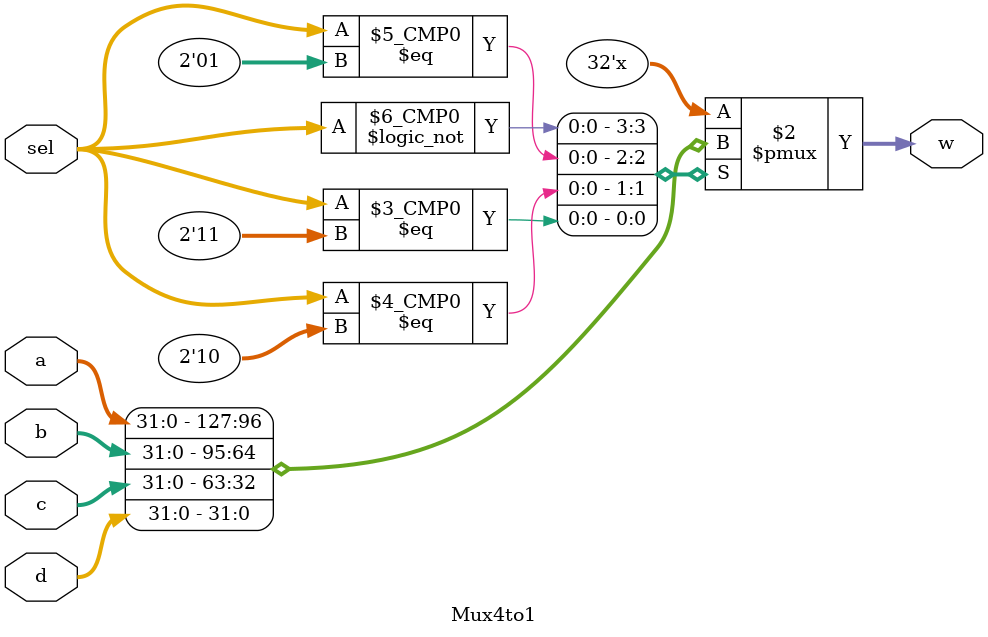
<source format=v>
module Mux4to1 (
    input [1:0] sel,
    input [31:0] a,
    input [31:0] b,
    input [31:0] c,
    input [31:0] d,
    output reg [31:0] w
);

    always @* begin
        case (sel)
            2'b00: w = a;
            2'b01: w = b;
            2'b10: w = c;
            2'b11: w = d;
            default: w = 32'bz;
        endcase
    end

endmodule

</source>
